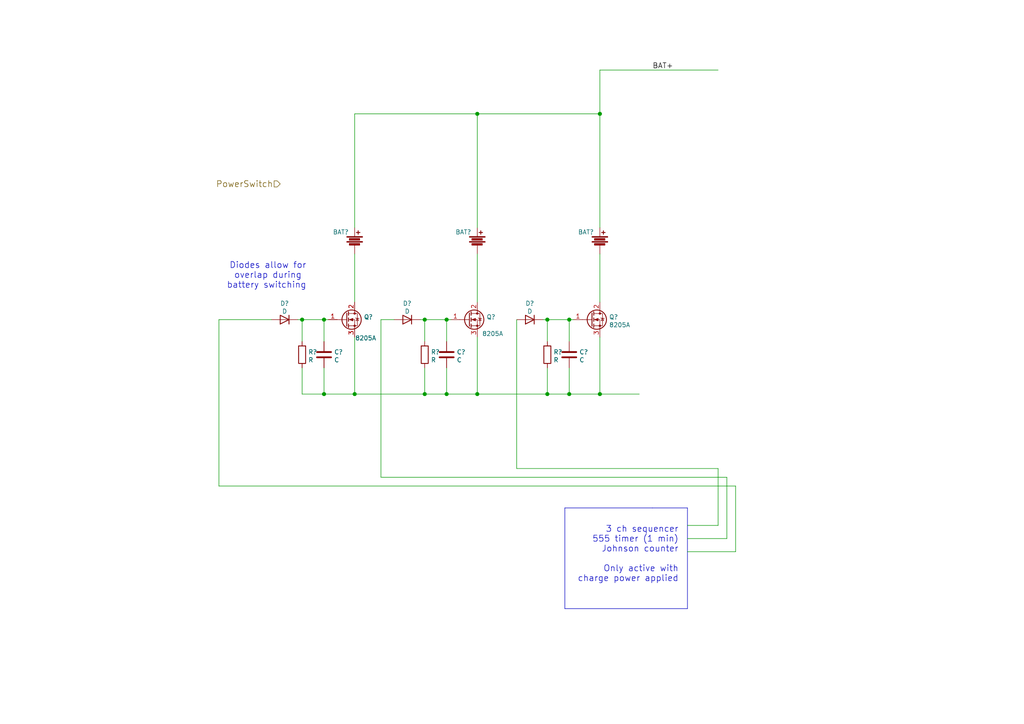
<source format=kicad_sch>
(kicad_sch (version 20210406) (generator eeschema)
  (paper "A4")
  (lib_symbols
    (symbol "CustomComponents:Battery_multi_cell" (pin_numbers hide) (pin_names (offset 0))
      (property "Reference" "BT" (at 2.54 1.27 0))
      (property "Value" "Battery_multi_cell" (at 2.54 -1.27 0))
      (symbol "Battery_multi_cell_0_1"
        (rectangle (start -2.286 -0.1778) (end 2.286 -0.4318) (fill (type outline)))
        (rectangle (start -2.286 1.27) (end 2.286 1.016) (fill (type outline)))
        (rectangle (start -1.5748 -0.762) (end 1.4732 -1.27) (fill (type outline)))
        (rectangle (start -1.5748 0.6858) (end 1.4732 0.1778) (fill (type outline)))
        (polyline (pts (xy 0.508 2.413) (xy 1.524 2.413)) (stroke (width 0.254)))
        (polyline (pts (xy 1.016 2.921) (xy 1.016 1.905)) (stroke (width 0.254)))
      )
      (symbol "Battery_multi_cell_1_1"
        (pin passive line (at 0 3.81 270) (length 2.54) (name "~") (number "1"))
        (pin passive line (at 0 -3.81 90) (length 2.54) (name "~") (number "2"))
      )
    )
    (symbol "Device:C" (pin_numbers hide) (pin_names (offset 0.254))
      (property "Reference" "C" (at 0.635 2.54 0))
      (property "Value" "C" (at 0.635 -2.54 0))
      (symbol "C_0_1"
        (polyline (pts (xy -2.032 -0.762) (xy 2.032 -0.762)) (stroke (width 0.508)))
        (polyline (pts (xy -2.032 0.762) (xy 2.032 0.762)) (stroke (width 0.508)))
      )
      (symbol "C_1_1"
        (pin passive line (at 0 3.81 270) (length 2.794) (name "~") (number "1"))
        (pin passive line (at 0 -3.81 90) (length 2.794) (name "~") (number "2"))
      )
    )
    (symbol "Device:D" (pin_numbers hide) (pin_names (offset 1.016) hide)
      (property "Reference" "D" (at 0 2.54 0))
      (property "Value" "D" (at 0 -2.54 0))
      (symbol "D_0_1"
        (polyline (pts (xy -1.27 1.27) (xy -1.27 -1.27)) (stroke (width 0.254)))
        (polyline (pts (xy 1.27 0) (xy -1.27 0)))
        (polyline (pts (xy 1.27 1.27) (xy 1.27 -1.27) (xy -1.27 0) (xy 1.27 1.27)) (stroke (width 0.254)))
      )
      (symbol "D_1_1"
        (pin passive line (at -3.81 0 0) (length 2.54) (name "K") (number "1"))
        (pin passive line (at 3.81 0 180) (length 2.54) (name "A") (number "2"))
      )
    )
    (symbol "Device:R" (pin_numbers hide) (pin_names (offset 0))
      (property "Reference" "R" (at 2.032 0 90))
      (property "Value" "R" (at 0 0 90))
      (symbol "R_0_1"
        (rectangle (start -1.016 -2.54) (end 1.016 2.54) (stroke (width 0.254)))
      )
      (symbol "R_1_1"
        (pin passive line (at 0 3.81 270) (length 1.27) (name "~") (number "1"))
        (pin passive line (at 0 -3.81 90) (length 1.27) (name "~") (number "2"))
      )
    )
    (symbol "Transistor_FET:BUK7880-55A" (pin_names hide)
      (property "Reference" "Q" (at 5.08 1.905 0))
      (property "Value" "BUK7880-55A" (at 5.08 0 0))
      (symbol "BUK7880-55A_0_1"
        (circle (center 1.651 0) (radius 2.794) (stroke (width 0.254)))
        (circle (center 2.54 -1.778) (radius 0.254) (fill (type outline)))
        (circle (center 2.54 1.778) (radius 0.254) (fill (type outline)))
        (polyline (pts (xy 0.254 0) (xy -2.54 0)))
        (polyline (pts (xy 0.254 1.905) (xy 0.254 -1.905)) (stroke (width 0.254)))
        (polyline (pts (xy 0.762 -1.27) (xy 0.762 -2.286)) (stroke (width 0.254)))
        (polyline (pts (xy 0.762 0.508) (xy 0.762 -0.508)) (stroke (width 0.254)))
        (polyline (pts (xy 0.762 2.286) (xy 0.762 1.27)) (stroke (width 0.254)))
        (polyline (pts (xy 2.54 2.54) (xy 2.54 1.778)))
        (polyline (pts (xy 2.54 -2.54) (xy 2.54 0) (xy 0.762 0)))
        (polyline (pts (xy 0.762 -1.778) (xy 3.302 -1.778) (xy 3.302 1.778) (xy 0.762 1.778)))
        (polyline (pts (xy 2.794 0.508) (xy 2.921 0.381) (xy 3.683 0.381) (xy 3.81 0.254)))
        (polyline (pts (xy 3.302 0.381) (xy 2.921 -0.254) (xy 3.683 -0.254) (xy 3.302 0.381)))
        (polyline (pts (xy 1.016 0) (xy 2.032 0.381) (xy 2.032 -0.381) (xy 1.016 0)) (fill (type outline)))
      )
      (symbol "BUK7880-55A_1_1"
        (pin input line (at -5.08 0 0) (length 2.54) (name "G") (number "1"))
        (pin passive line (at 2.54 5.08 270) (length 2.54) (name "D") (number "2"))
        (pin passive line (at 2.54 -5.08 90) (length 2.54) (name "S") (number "3"))
      )
    )
  )
  (junction (at 87.63 92.71) (diameter 1.016))
  (junction (at 93.98 92.71) (diameter 1.016))
  (junction (at 93.98 114.3) (diameter 1.016))
  (junction (at 102.87 114.3) (diameter 1.016))
  (junction (at 123.19 92.71) (diameter 1.016))
  (junction (at 123.19 114.3) (diameter 1.016))
  (junction (at 129.54 92.71) (diameter 1.016))
  (junction (at 129.54 114.3) (diameter 1.016))
  (junction (at 138.43 33.02) (diameter 1.016))
  (junction (at 138.43 114.3) (diameter 1.016))
  (junction (at 158.75 92.71) (diameter 1.016))
  (junction (at 158.75 114.3) (diameter 1.016))
  (junction (at 165.1 92.71) (diameter 1.016))
  (junction (at 165.1 114.3) (diameter 1.016))
  (junction (at 173.99 33.02) (diameter 1.016))
  (junction (at 173.99 114.3) (diameter 1.016))
  (wire (pts (xy 63.5 92.71) (xy 63.5 140.97)))
  (wire (pts (xy 63.5 140.97) (xy 213.36 140.97)))
  (wire (pts (xy 78.74 92.71) (xy 63.5 92.71)))
  (wire (pts (xy 86.36 92.71) (xy 87.63 92.71)))
  (wire (pts (xy 87.63 92.71) (xy 87.63 99.06)))
  (wire (pts (xy 87.63 106.68) (xy 87.63 114.3)))
  (wire (pts (xy 87.63 114.3) (xy 93.98 114.3)))
  (wire (pts (xy 93.98 92.71) (xy 87.63 92.71)))
  (wire (pts (xy 93.98 92.71) (xy 93.98 99.06)))
  (wire (pts (xy 93.98 106.68) (xy 93.98 114.3)))
  (wire (pts (xy 93.98 114.3) (xy 102.87 114.3)))
  (wire (pts (xy 95.25 92.71) (xy 93.98 92.71)))
  (wire (pts (xy 102.87 33.02) (xy 102.87 66.04)))
  (wire (pts (xy 102.87 73.66) (xy 102.87 87.63)))
  (wire (pts (xy 102.87 97.79) (xy 102.87 114.3)))
  (wire (pts (xy 102.87 114.3) (xy 123.19 114.3)))
  (wire (pts (xy 110.49 92.71) (xy 110.49 138.43)))
  (wire (pts (xy 110.49 138.43) (xy 210.82 138.43)))
  (wire (pts (xy 114.3 92.71) (xy 110.49 92.71)))
  (wire (pts (xy 121.92 92.71) (xy 123.19 92.71)))
  (wire (pts (xy 123.19 92.71) (xy 123.19 99.06)))
  (wire (pts (xy 123.19 106.68) (xy 123.19 114.3)))
  (wire (pts (xy 123.19 114.3) (xy 129.54 114.3)))
  (wire (pts (xy 129.54 92.71) (xy 123.19 92.71)))
  (wire (pts (xy 129.54 92.71) (xy 129.54 99.06)))
  (wire (pts (xy 129.54 106.68) (xy 129.54 114.3)))
  (wire (pts (xy 129.54 114.3) (xy 138.43 114.3)))
  (wire (pts (xy 130.81 92.71) (xy 129.54 92.71)))
  (wire (pts (xy 138.43 33.02) (xy 102.87 33.02)))
  (wire (pts (xy 138.43 33.02) (xy 138.43 66.04)))
  (wire (pts (xy 138.43 73.66) (xy 138.43 87.63)))
  (wire (pts (xy 138.43 97.79) (xy 138.43 114.3)))
  (wire (pts (xy 138.43 114.3) (xy 158.75 114.3)))
  (wire (pts (xy 149.86 92.71) (xy 149.86 135.89)))
  (wire (pts (xy 149.86 135.89) (xy 208.28 135.89)))
  (wire (pts (xy 157.48 92.71) (xy 158.75 92.71)))
  (wire (pts (xy 158.75 92.71) (xy 158.75 99.06)))
  (wire (pts (xy 158.75 106.68) (xy 158.75 114.3)))
  (wire (pts (xy 158.75 114.3) (xy 165.1 114.3)))
  (wire (pts (xy 165.1 92.71) (xy 158.75 92.71)))
  (wire (pts (xy 165.1 92.71) (xy 165.1 99.06)))
  (wire (pts (xy 165.1 106.68) (xy 165.1 114.3)))
  (wire (pts (xy 165.1 114.3) (xy 173.99 114.3)))
  (wire (pts (xy 166.37 92.71) (xy 165.1 92.71)))
  (wire (pts (xy 173.99 20.32) (xy 173.99 33.02)))
  (wire (pts (xy 173.99 20.32) (xy 208.28 20.32)))
  (wire (pts (xy 173.99 33.02) (xy 138.43 33.02)))
  (wire (pts (xy 173.99 33.02) (xy 173.99 66.04)))
  (wire (pts (xy 173.99 73.66) (xy 173.99 87.63)))
  (wire (pts (xy 173.99 97.79) (xy 173.99 114.3)))
  (wire (pts (xy 185.42 114.3) (xy 173.99 114.3)))
  (wire (pts (xy 199.39 152.4) (xy 208.28 152.4)))
  (wire (pts (xy 199.39 156.21) (xy 210.82 156.21)))
  (wire (pts (xy 199.39 160.02) (xy 213.36 160.02)))
  (wire (pts (xy 208.28 152.4) (xy 208.28 135.89)))
  (wire (pts (xy 210.82 156.21) (xy 210.82 138.43)))
  (wire (pts (xy 213.36 160.02) (xy 213.36 140.97)))
  (polyline (pts (xy 163.83 147.32) (xy 189.23 147.32)) (stroke (width 0.1524) (type solid)))
  (polyline (pts (xy 163.83 176.53) (xy 163.83 147.32)) (stroke (width 0.1524) (type solid)))
  (polyline (pts (xy 189.23 147.32) (xy 199.39 147.32)) (stroke (width 0.1524) (type solid)))
  (polyline (pts (xy 199.39 147.32) (xy 199.39 176.53)) (stroke (width 0.1524) (type solid)))
  (polyline (pts (xy 199.39 176.53) (xy 163.83 176.53)) (stroke (width 0.1524) (type solid)))
  (text "Diodes allow for\noverlap during \nbattery switching" (at 88.9 83.82 0) (effects (font (size 1.778 1.778)) (justify right bottom)))
  (text "3 ch sequencer\n555 timer (1 min)\nJohnson counter\n\nOnly active with\ncharge power applied" (at 196.85 168.91 0) (effects (font (size 1.778 1.778)) (justify right bottom)))
  (label "BAT+" (at 189.23 20.32 0) (effects (font (size 1.524 1.524))))
  (hierarchical_label "PowerSwitch" (shape input) (at 81.28 53.34 180) (effects (font (size 1.778 1.778))))
  (symbol (lib_id "Device:R") (at 87.63 102.87 0) (unit 1)
    (property "Reference" "R?" (at 89.4081 102.1091 0) (effects (justify left)))
    (property "Value" "R" (at 89.4081 104.4078 0) (effects (justify left)))
  )
  (symbol (lib_id "Device:R") (at 123.19 102.87 0) (unit 1)
    (property "Reference" "R?" (at 124.9681 102.1091 0) (effects (justify left)))
    (property "Value" "R" (at 124.9681 104.4078 0) (effects (justify left)))
  )
  (symbol (lib_id "Device:R") (at 158.75 102.87 0) (unit 1)
    (property "Reference" "R?" (at 160.5281 102.1091 0) (effects (justify left)))
    (property "Value" "R" (at 160.5281 104.4078 0) (effects (justify left)))
  )
  (symbol (lib_id "Device:D") (at 82.55 92.71 180) (unit 1)
    (property "Reference" "D?" (at 82.55 88.0068 0))
    (property "Value" "D" (at 82.55 90.3055 0))
  )
  (symbol (lib_id "Device:D") (at 118.11 92.71 180) (unit 1)
    (property "Reference" "D?" (at 118.11 88.0068 0))
    (property "Value" "D" (at 118.11 90.3055 0))
  )
  (symbol (lib_id "Device:D") (at 153.67 92.71 180) (unit 1)
    (property "Reference" "D?" (at 153.67 88.0068 0))
    (property "Value" "D" (at 153.67 90.3055 0))
  )
  (symbol (lib_id "Device:C") (at 93.98 102.87 0) (unit 1)
    (property "Reference" "C?" (at 96.9011 102.1091 0) (effects (justify left)))
    (property "Value" "C" (at 96.9011 104.4078 0) (effects (justify left)))
  )
  (symbol (lib_id "CustomComponents:Battery_multi_cell") (at 102.87 69.85 0) (unit 1)
    (property "Reference" "BAT?" (at 96.52 67.31 0) (effects (justify left)))
    (property "Value" "Molex PicoBlade 53047-0210" (effects hide))
    (property "Footprint" "CustomComponents:Molex PicoBlade 53047-0210 - (swapped pins)" (effects hide))
    (property "Manufacturer" "Molex" (effects hide))
    (property "Manufacturer P/N" "0530470210" (effects hide))
    (property "Description" "CONN HEADER VERT 2POS 1.25MM" (effects hide))
    (property "DigiKey P/N" "WM1731-ND" (effects hide))
    (property "Type" "ThroughHole" (effects hide))
  )
  (symbol (lib_id "Device:C") (at 129.54 102.87 0) (unit 1)
    (property "Reference" "C?" (at 132.4611 102.1091 0) (effects (justify left)))
    (property "Value" "C" (at 132.4611 104.4078 0) (effects (justify left)))
  )
  (symbol (lib_id "CustomComponents:Battery_multi_cell") (at 138.43 69.85 0) (unit 1)
    (property "Reference" "BAT?" (at 132.08 67.31 0) (effects (justify left)))
    (property "Value" "Molex PicoBlade 53047-0210" (effects hide))
    (property "Footprint" "CustomComponents:Molex PicoBlade 53047-0210 - (swapped pins)" (effects hide))
    (property "Manufacturer" "Molex" (effects hide))
    (property "Manufacturer P/N" "0530470210" (effects hide))
    (property "Description" "CONN HEADER VERT 2POS 1.25MM" (effects hide))
    (property "DigiKey P/N" "WM1731-ND" (effects hide))
    (property "Type" "ThroughHole" (effects hide))
  )
  (symbol (lib_id "Device:C") (at 165.1 102.87 0) (unit 1)
    (property "Reference" "C?" (at 168.0211 102.1091 0) (effects (justify left)))
    (property "Value" "C" (at 168.0211 104.4078 0) (effects (justify left)))
  )
  (symbol (lib_id "CustomComponents:Battery_multi_cell") (at 173.99 69.85 0) (unit 1)
    (property "Reference" "BAT?" (at 167.64 67.31 0) (effects (justify left)))
    (property "Value" "Molex PicoBlade 53047-0210" (effects hide))
    (property "Footprint" "CustomComponents:Molex PicoBlade 53047-0210 - (swapped pins)" (effects hide))
    (property "Manufacturer" "Molex" (effects hide))
    (property "Manufacturer P/N" "0530470210" (effects hide))
    (property "Description" "CONN HEADER VERT 2POS 1.25MM" (effects hide))
    (property "DigiKey P/N" "WM1731-ND" (effects hide))
    (property "Type" "ThroughHole" (effects hide))
  )
  (symbol (lib_id "Transistor_FET:BUK7880-55A") (at 100.33 92.71 0) (unit 1)
    (property "Reference" "Q?" (at 105.5371 91.9491 0) (effects (justify left)))
    (property "Value" "8205A " (at 102.9971 98.0578 0) (effects (justify left)))
  )
  (symbol (lib_id "Transistor_FET:BUK7880-55A") (at 135.89 92.71 0) (unit 1)
    (property "Reference" "Q?" (at 141.0971 91.9491 0) (effects (justify left)))
    (property "Value" "8205A " (at 139.8271 96.7878 0) (effects (justify left)))
  )
  (symbol (lib_id "Transistor_FET:BUK7880-55A") (at 171.45 92.71 0) (unit 1)
    (property "Reference" "Q?" (at 176.6571 91.9491 0) (effects (justify left)))
    (property "Value" "8205A " (at 176.6571 94.2478 0) (effects (justify left)))
  )
)
</source>
